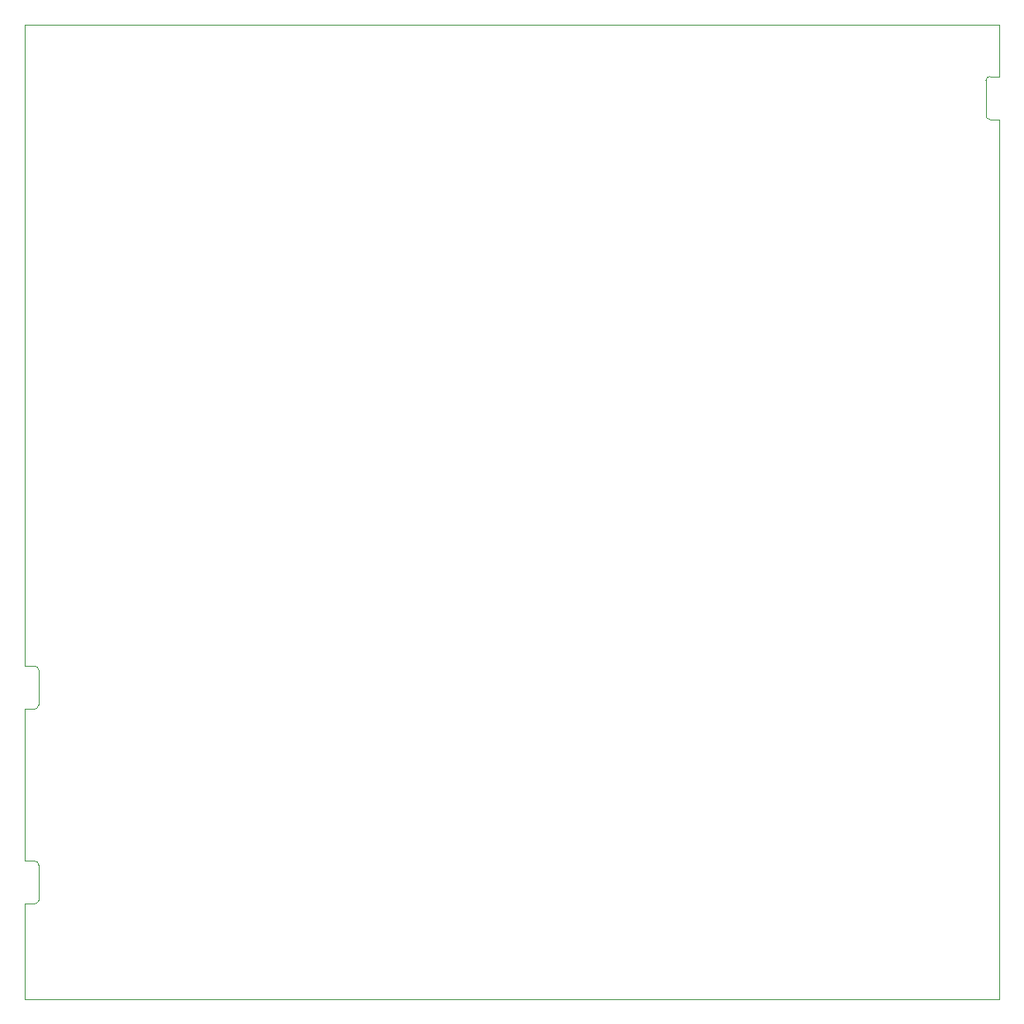
<source format=gbr>
%TF.GenerationSoftware,KiCad,Pcbnew,8.0.7*%
%TF.CreationDate,2025-07-29T19:22:15+01:00*%
%TF.ProjectId,AY-3-8910 Experimenter,41592d33-2d38-4393-9130-204578706572,rev?*%
%TF.SameCoordinates,Original*%
%TF.FileFunction,Profile,NP*%
%FSLAX46Y46*%
G04 Gerber Fmt 4.6, Leading zero omitted, Abs format (unit mm)*
G04 Created by KiCad (PCBNEW 8.0.7) date 2025-07-29 19:22:15*
%MOMM*%
%LPD*%
G01*
G04 APERTURE LIST*
%TA.AperFunction,Profile*%
%ADD10C,0.050000*%
%TD*%
%TA.AperFunction,Profile*%
%ADD11C,0.120000*%
%TD*%
G04 APERTURE END LIST*
D10*
X50000260Y-144500000D02*
X50000000Y-150000000D01*
X50000000Y-111500000D02*
X50000000Y-50000000D01*
X150000000Y-51000000D02*
X150000000Y-50000000D01*
X50000000Y-50000000D02*
X150000000Y-50000000D01*
X150000000Y-64000000D02*
X150000000Y-150000000D01*
X150000000Y-150000000D02*
X50000000Y-150000000D01*
X50000260Y-124500000D02*
X50000260Y-131500000D01*
D11*
%TO.C,OUT1*%
X50000260Y-135800000D02*
X50000260Y-131500000D01*
X50000260Y-140200000D02*
X50000260Y-144500000D01*
X51000260Y-135800000D02*
X50000260Y-135800000D01*
X51000260Y-140200000D02*
X50000260Y-140200000D01*
X51400260Y-139800000D02*
X51400260Y-136200000D01*
X51000260Y-135800000D02*
G75*
G02*
X51400260Y-136200000I1J-399999D01*
G01*
X51400260Y-139800000D02*
G75*
G02*
X51000260Y-140200000I-400000J0D01*
G01*
%TO.C,IN1*%
X50000260Y-115800000D02*
X50000260Y-111500000D01*
X50000260Y-120200000D02*
X50000260Y-124500000D01*
X51000260Y-115800000D02*
X50000260Y-115800000D01*
X51000260Y-120200000D02*
X50000260Y-120200000D01*
X51400260Y-119800000D02*
X51400260Y-116200000D01*
X51000260Y-115800000D02*
G75*
G02*
X51400260Y-116200000I1J-399999D01*
G01*
X51400260Y-119800000D02*
G75*
G02*
X51000260Y-120200000I-400000J0D01*
G01*
%TO.C,J3*%
X148600000Y-55700000D02*
X148600000Y-59300000D01*
X149000000Y-55300000D02*
X150000000Y-55300000D01*
X149000000Y-59700000D02*
X150000000Y-59700000D01*
X150000000Y-55300000D02*
X150000000Y-51000000D01*
X150000000Y-59700000D02*
X150000000Y-64000000D01*
X148600000Y-55700000D02*
G75*
G02*
X149000000Y-55300000I400000J0D01*
G01*
X149000000Y-59700000D02*
G75*
G02*
X148600000Y-59300000I2J400002D01*
G01*
%TD*%
M02*

</source>
